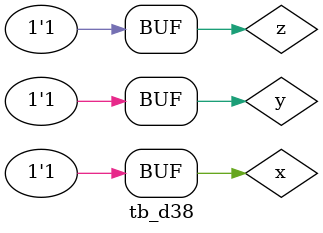
<source format=v>
module tb_d38();

reg x,y,z;
wire D;

decoder_3x8 u1(x,y,z, D);

initial begin

x = 1'b0; y = 1'b0; z = 1'b0;
#10
x = 1'b0; y = 1'b0; z = 1'b1;
#10
x = 1'b0; y = 1'b1; z = 1'b0;
#10
x = 1'b1; y = 1'b0; z = 1'b0;
#10
x = 1'b0; y = 1'b1; z = 1'b1;
#10
x = 1'b1; y = 1'b0; z = 1'b1;
#10
x = 1'b1; y = 1'b1; z = 1'b0;
#10
x = 1'b1; y = 1'b1; z = 1'b1;
end
endmodule
</source>
